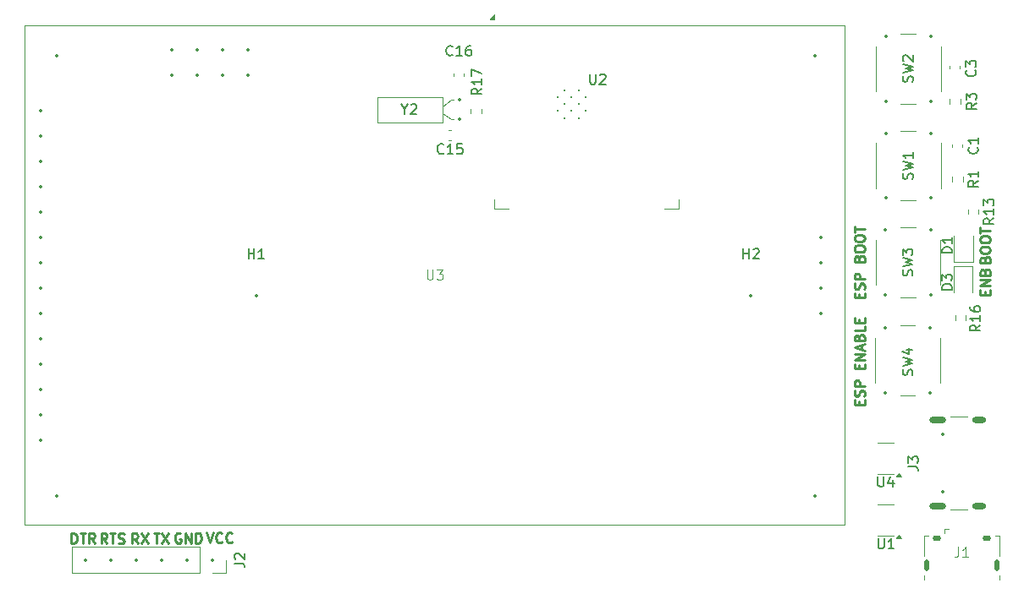
<source format=gto>
%TF.GenerationSoftware,KiCad,Pcbnew,9.0.5*%
%TF.CreationDate,2025-11-26T19:59:54+01:00*%
%TF.ProjectId,stacja_pogody_modu__wew,73746163-6a61-45f7-906f-676f64795f6d,rev?*%
%TF.SameCoordinates,Original*%
%TF.FileFunction,Legend,Top*%
%TF.FilePolarity,Positive*%
%FSLAX46Y46*%
G04 Gerber Fmt 4.6, Leading zero omitted, Abs format (unit mm)*
G04 Created by KiCad (PCBNEW 9.0.5) date 2025-11-26 19:59:54*
%MOMM*%
%LPD*%
G01*
G04 APERTURE LIST*
%ADD10C,0.250000*%
%ADD11C,0.150000*%
%ADD12C,0.100000*%
%ADD13C,0.120000*%
%ADD14C,0.350000*%
%ADD15C,0.200000*%
%ADD16O,1.700000X0.600000*%
%ADD17O,1.400000X0.600000*%
%ADD18O,0.500000X1.150000*%
%ADD19O,0.850000X0.550000*%
G04 APERTURE END LIST*
D10*
X110073996Y-111784619D02*
X109740663Y-111308428D01*
X109502568Y-111784619D02*
X109502568Y-110784619D01*
X109502568Y-110784619D02*
X109883520Y-110784619D01*
X109883520Y-110784619D02*
X109978758Y-110832238D01*
X109978758Y-110832238D02*
X110026377Y-110879857D01*
X110026377Y-110879857D02*
X110073996Y-110975095D01*
X110073996Y-110975095D02*
X110073996Y-111117952D01*
X110073996Y-111117952D02*
X110026377Y-111213190D01*
X110026377Y-111213190D02*
X109978758Y-111260809D01*
X109978758Y-111260809D02*
X109883520Y-111308428D01*
X109883520Y-111308428D02*
X109502568Y-111308428D01*
X110359711Y-110784619D02*
X110931139Y-110784619D01*
X110645425Y-111784619D02*
X110645425Y-110784619D01*
X111216854Y-111737000D02*
X111359711Y-111784619D01*
X111359711Y-111784619D02*
X111597806Y-111784619D01*
X111597806Y-111784619D02*
X111693044Y-111737000D01*
X111693044Y-111737000D02*
X111740663Y-111689380D01*
X111740663Y-111689380D02*
X111788282Y-111594142D01*
X111788282Y-111594142D02*
X111788282Y-111498904D01*
X111788282Y-111498904D02*
X111740663Y-111403666D01*
X111740663Y-111403666D02*
X111693044Y-111356047D01*
X111693044Y-111356047D02*
X111597806Y-111308428D01*
X111597806Y-111308428D02*
X111407330Y-111260809D01*
X111407330Y-111260809D02*
X111312092Y-111213190D01*
X111312092Y-111213190D02*
X111264473Y-111165571D01*
X111264473Y-111165571D02*
X111216854Y-111070333D01*
X111216854Y-111070333D02*
X111216854Y-110975095D01*
X111216854Y-110975095D02*
X111264473Y-110879857D01*
X111264473Y-110879857D02*
X111312092Y-110832238D01*
X111312092Y-110832238D02*
X111407330Y-110784619D01*
X111407330Y-110784619D02*
X111645425Y-110784619D01*
X111645425Y-110784619D02*
X111788282Y-110832238D01*
X197900809Y-83334098D02*
X197948428Y-83191241D01*
X197948428Y-83191241D02*
X197996047Y-83143622D01*
X197996047Y-83143622D02*
X198091285Y-83096003D01*
X198091285Y-83096003D02*
X198234142Y-83096003D01*
X198234142Y-83096003D02*
X198329380Y-83143622D01*
X198329380Y-83143622D02*
X198377000Y-83191241D01*
X198377000Y-83191241D02*
X198424619Y-83286479D01*
X198424619Y-83286479D02*
X198424619Y-83667431D01*
X198424619Y-83667431D02*
X197424619Y-83667431D01*
X197424619Y-83667431D02*
X197424619Y-83334098D01*
X197424619Y-83334098D02*
X197472238Y-83238860D01*
X197472238Y-83238860D02*
X197519857Y-83191241D01*
X197519857Y-83191241D02*
X197615095Y-83143622D01*
X197615095Y-83143622D02*
X197710333Y-83143622D01*
X197710333Y-83143622D02*
X197805571Y-83191241D01*
X197805571Y-83191241D02*
X197853190Y-83238860D01*
X197853190Y-83238860D02*
X197900809Y-83334098D01*
X197900809Y-83334098D02*
X197900809Y-83667431D01*
X197424619Y-82476955D02*
X197424619Y-82286479D01*
X197424619Y-82286479D02*
X197472238Y-82191241D01*
X197472238Y-82191241D02*
X197567476Y-82096003D01*
X197567476Y-82096003D02*
X197757952Y-82048384D01*
X197757952Y-82048384D02*
X198091285Y-82048384D01*
X198091285Y-82048384D02*
X198281761Y-82096003D01*
X198281761Y-82096003D02*
X198377000Y-82191241D01*
X198377000Y-82191241D02*
X198424619Y-82286479D01*
X198424619Y-82286479D02*
X198424619Y-82476955D01*
X198424619Y-82476955D02*
X198377000Y-82572193D01*
X198377000Y-82572193D02*
X198281761Y-82667431D01*
X198281761Y-82667431D02*
X198091285Y-82715050D01*
X198091285Y-82715050D02*
X197757952Y-82715050D01*
X197757952Y-82715050D02*
X197567476Y-82667431D01*
X197567476Y-82667431D02*
X197472238Y-82572193D01*
X197472238Y-82572193D02*
X197424619Y-82476955D01*
X197424619Y-81429336D02*
X197424619Y-81238860D01*
X197424619Y-81238860D02*
X197472238Y-81143622D01*
X197472238Y-81143622D02*
X197567476Y-81048384D01*
X197567476Y-81048384D02*
X197757952Y-81000765D01*
X197757952Y-81000765D02*
X198091285Y-81000765D01*
X198091285Y-81000765D02*
X198281761Y-81048384D01*
X198281761Y-81048384D02*
X198377000Y-81143622D01*
X198377000Y-81143622D02*
X198424619Y-81238860D01*
X198424619Y-81238860D02*
X198424619Y-81429336D01*
X198424619Y-81429336D02*
X198377000Y-81524574D01*
X198377000Y-81524574D02*
X198281761Y-81619812D01*
X198281761Y-81619812D02*
X198091285Y-81667431D01*
X198091285Y-81667431D02*
X197757952Y-81667431D01*
X197757952Y-81667431D02*
X197567476Y-81619812D01*
X197567476Y-81619812D02*
X197472238Y-81524574D01*
X197472238Y-81524574D02*
X197424619Y-81429336D01*
X197424619Y-80715050D02*
X197424619Y-80143622D01*
X198424619Y-80429336D02*
X197424619Y-80429336D01*
X114759711Y-110764619D02*
X115331139Y-110764619D01*
X115045425Y-111764619D02*
X115045425Y-110764619D01*
X115569235Y-110764619D02*
X116235901Y-111764619D01*
X116235901Y-110764619D02*
X115569235Y-111764619D01*
X106522568Y-111774619D02*
X106522568Y-110774619D01*
X106522568Y-110774619D02*
X106760663Y-110774619D01*
X106760663Y-110774619D02*
X106903520Y-110822238D01*
X106903520Y-110822238D02*
X106998758Y-110917476D01*
X106998758Y-110917476D02*
X107046377Y-111012714D01*
X107046377Y-111012714D02*
X107093996Y-111203190D01*
X107093996Y-111203190D02*
X107093996Y-111346047D01*
X107093996Y-111346047D02*
X107046377Y-111536523D01*
X107046377Y-111536523D02*
X106998758Y-111631761D01*
X106998758Y-111631761D02*
X106903520Y-111727000D01*
X106903520Y-111727000D02*
X106760663Y-111774619D01*
X106760663Y-111774619D02*
X106522568Y-111774619D01*
X107379711Y-110774619D02*
X107951139Y-110774619D01*
X107665425Y-111774619D02*
X107665425Y-110774619D01*
X108855901Y-111774619D02*
X108522568Y-111298428D01*
X108284473Y-111774619D02*
X108284473Y-110774619D01*
X108284473Y-110774619D02*
X108665425Y-110774619D01*
X108665425Y-110774619D02*
X108760663Y-110822238D01*
X108760663Y-110822238D02*
X108808282Y-110869857D01*
X108808282Y-110869857D02*
X108855901Y-110965095D01*
X108855901Y-110965095D02*
X108855901Y-111107952D01*
X108855901Y-111107952D02*
X108808282Y-111203190D01*
X108808282Y-111203190D02*
X108760663Y-111250809D01*
X108760663Y-111250809D02*
X108665425Y-111298428D01*
X108665425Y-111298428D02*
X108284473Y-111298428D01*
X117436377Y-110792238D02*
X117341139Y-110744619D01*
X117341139Y-110744619D02*
X117198282Y-110744619D01*
X117198282Y-110744619D02*
X117055425Y-110792238D01*
X117055425Y-110792238D02*
X116960187Y-110887476D01*
X116960187Y-110887476D02*
X116912568Y-110982714D01*
X116912568Y-110982714D02*
X116864949Y-111173190D01*
X116864949Y-111173190D02*
X116864949Y-111316047D01*
X116864949Y-111316047D02*
X116912568Y-111506523D01*
X116912568Y-111506523D02*
X116960187Y-111601761D01*
X116960187Y-111601761D02*
X117055425Y-111697000D01*
X117055425Y-111697000D02*
X117198282Y-111744619D01*
X117198282Y-111744619D02*
X117293520Y-111744619D01*
X117293520Y-111744619D02*
X117436377Y-111697000D01*
X117436377Y-111697000D02*
X117483996Y-111649380D01*
X117483996Y-111649380D02*
X117483996Y-111316047D01*
X117483996Y-111316047D02*
X117293520Y-111316047D01*
X117912568Y-111744619D02*
X117912568Y-110744619D01*
X117912568Y-110744619D02*
X118483996Y-111744619D01*
X118483996Y-111744619D02*
X118483996Y-110744619D01*
X118960187Y-111744619D02*
X118960187Y-110744619D01*
X118960187Y-110744619D02*
X119198282Y-110744619D01*
X119198282Y-110744619D02*
X119341139Y-110792238D01*
X119341139Y-110792238D02*
X119436377Y-110887476D01*
X119436377Y-110887476D02*
X119483996Y-110982714D01*
X119483996Y-110982714D02*
X119531615Y-111173190D01*
X119531615Y-111173190D02*
X119531615Y-111316047D01*
X119531615Y-111316047D02*
X119483996Y-111506523D01*
X119483996Y-111506523D02*
X119436377Y-111601761D01*
X119436377Y-111601761D02*
X119341139Y-111697000D01*
X119341139Y-111697000D02*
X119198282Y-111744619D01*
X119198282Y-111744619D02*
X118960187Y-111744619D01*
X185340809Y-97897431D02*
X185340809Y-97564098D01*
X185864619Y-97421241D02*
X185864619Y-97897431D01*
X185864619Y-97897431D02*
X184864619Y-97897431D01*
X184864619Y-97897431D02*
X184864619Y-97421241D01*
X185817000Y-97040288D02*
X185864619Y-96897431D01*
X185864619Y-96897431D02*
X185864619Y-96659336D01*
X185864619Y-96659336D02*
X185817000Y-96564098D01*
X185817000Y-96564098D02*
X185769380Y-96516479D01*
X185769380Y-96516479D02*
X185674142Y-96468860D01*
X185674142Y-96468860D02*
X185578904Y-96468860D01*
X185578904Y-96468860D02*
X185483666Y-96516479D01*
X185483666Y-96516479D02*
X185436047Y-96564098D01*
X185436047Y-96564098D02*
X185388428Y-96659336D01*
X185388428Y-96659336D02*
X185340809Y-96849812D01*
X185340809Y-96849812D02*
X185293190Y-96945050D01*
X185293190Y-96945050D02*
X185245571Y-96992669D01*
X185245571Y-96992669D02*
X185150333Y-97040288D01*
X185150333Y-97040288D02*
X185055095Y-97040288D01*
X185055095Y-97040288D02*
X184959857Y-96992669D01*
X184959857Y-96992669D02*
X184912238Y-96945050D01*
X184912238Y-96945050D02*
X184864619Y-96849812D01*
X184864619Y-96849812D02*
X184864619Y-96611717D01*
X184864619Y-96611717D02*
X184912238Y-96468860D01*
X185864619Y-96040288D02*
X184864619Y-96040288D01*
X184864619Y-96040288D02*
X184864619Y-95659336D01*
X184864619Y-95659336D02*
X184912238Y-95564098D01*
X184912238Y-95564098D02*
X184959857Y-95516479D01*
X184959857Y-95516479D02*
X185055095Y-95468860D01*
X185055095Y-95468860D02*
X185197952Y-95468860D01*
X185197952Y-95468860D02*
X185293190Y-95516479D01*
X185293190Y-95516479D02*
X185340809Y-95564098D01*
X185340809Y-95564098D02*
X185388428Y-95659336D01*
X185388428Y-95659336D02*
X185388428Y-96040288D01*
X185340809Y-94278383D02*
X185340809Y-93945050D01*
X185864619Y-93802193D02*
X185864619Y-94278383D01*
X185864619Y-94278383D02*
X184864619Y-94278383D01*
X184864619Y-94278383D02*
X184864619Y-93802193D01*
X185864619Y-93373621D02*
X184864619Y-93373621D01*
X184864619Y-93373621D02*
X185864619Y-92802193D01*
X185864619Y-92802193D02*
X184864619Y-92802193D01*
X185578904Y-92373621D02*
X185578904Y-91897431D01*
X185864619Y-92468859D02*
X184864619Y-92135526D01*
X184864619Y-92135526D02*
X185864619Y-91802193D01*
X185340809Y-91135526D02*
X185388428Y-90992669D01*
X185388428Y-90992669D02*
X185436047Y-90945050D01*
X185436047Y-90945050D02*
X185531285Y-90897431D01*
X185531285Y-90897431D02*
X185674142Y-90897431D01*
X185674142Y-90897431D02*
X185769380Y-90945050D01*
X185769380Y-90945050D02*
X185817000Y-90992669D01*
X185817000Y-90992669D02*
X185864619Y-91087907D01*
X185864619Y-91087907D02*
X185864619Y-91468859D01*
X185864619Y-91468859D02*
X184864619Y-91468859D01*
X184864619Y-91468859D02*
X184864619Y-91135526D01*
X184864619Y-91135526D02*
X184912238Y-91040288D01*
X184912238Y-91040288D02*
X184959857Y-90992669D01*
X184959857Y-90992669D02*
X185055095Y-90945050D01*
X185055095Y-90945050D02*
X185150333Y-90945050D01*
X185150333Y-90945050D02*
X185245571Y-90992669D01*
X185245571Y-90992669D02*
X185293190Y-91040288D01*
X185293190Y-91040288D02*
X185340809Y-91135526D01*
X185340809Y-91135526D02*
X185340809Y-91468859D01*
X185864619Y-89992669D02*
X185864619Y-90468859D01*
X185864619Y-90468859D02*
X184864619Y-90468859D01*
X185340809Y-89659335D02*
X185340809Y-89326002D01*
X185864619Y-89183145D02*
X185864619Y-89659335D01*
X185864619Y-89659335D02*
X184864619Y-89659335D01*
X184864619Y-89659335D02*
X184864619Y-89183145D01*
X113163996Y-111794619D02*
X112830663Y-111318428D01*
X112592568Y-111794619D02*
X112592568Y-110794619D01*
X112592568Y-110794619D02*
X112973520Y-110794619D01*
X112973520Y-110794619D02*
X113068758Y-110842238D01*
X113068758Y-110842238D02*
X113116377Y-110889857D01*
X113116377Y-110889857D02*
X113163996Y-110985095D01*
X113163996Y-110985095D02*
X113163996Y-111127952D01*
X113163996Y-111127952D02*
X113116377Y-111223190D01*
X113116377Y-111223190D02*
X113068758Y-111270809D01*
X113068758Y-111270809D02*
X112973520Y-111318428D01*
X112973520Y-111318428D02*
X112592568Y-111318428D01*
X113497330Y-110794619D02*
X114163996Y-111794619D01*
X114163996Y-110794619D02*
X113497330Y-111794619D01*
X197900809Y-86857431D02*
X197900809Y-86524098D01*
X198424619Y-86381241D02*
X198424619Y-86857431D01*
X198424619Y-86857431D02*
X197424619Y-86857431D01*
X197424619Y-86857431D02*
X197424619Y-86381241D01*
X198424619Y-85952669D02*
X197424619Y-85952669D01*
X197424619Y-85952669D02*
X198424619Y-85381241D01*
X198424619Y-85381241D02*
X197424619Y-85381241D01*
X197900809Y-84571717D02*
X197948428Y-84428860D01*
X197948428Y-84428860D02*
X197996047Y-84381241D01*
X197996047Y-84381241D02*
X198091285Y-84333622D01*
X198091285Y-84333622D02*
X198234142Y-84333622D01*
X198234142Y-84333622D02*
X198329380Y-84381241D01*
X198329380Y-84381241D02*
X198377000Y-84428860D01*
X198377000Y-84428860D02*
X198424619Y-84524098D01*
X198424619Y-84524098D02*
X198424619Y-84905050D01*
X198424619Y-84905050D02*
X197424619Y-84905050D01*
X197424619Y-84905050D02*
X197424619Y-84571717D01*
X197424619Y-84571717D02*
X197472238Y-84476479D01*
X197472238Y-84476479D02*
X197519857Y-84428860D01*
X197519857Y-84428860D02*
X197615095Y-84381241D01*
X197615095Y-84381241D02*
X197710333Y-84381241D01*
X197710333Y-84381241D02*
X197805571Y-84428860D01*
X197805571Y-84428860D02*
X197853190Y-84476479D01*
X197853190Y-84476479D02*
X197900809Y-84571717D01*
X197900809Y-84571717D02*
X197900809Y-84905050D01*
X120029711Y-110704619D02*
X120363044Y-111704619D01*
X120363044Y-111704619D02*
X120696377Y-110704619D01*
X121601139Y-111609380D02*
X121553520Y-111657000D01*
X121553520Y-111657000D02*
X121410663Y-111704619D01*
X121410663Y-111704619D02*
X121315425Y-111704619D01*
X121315425Y-111704619D02*
X121172568Y-111657000D01*
X121172568Y-111657000D02*
X121077330Y-111561761D01*
X121077330Y-111561761D02*
X121029711Y-111466523D01*
X121029711Y-111466523D02*
X120982092Y-111276047D01*
X120982092Y-111276047D02*
X120982092Y-111133190D01*
X120982092Y-111133190D02*
X121029711Y-110942714D01*
X121029711Y-110942714D02*
X121077330Y-110847476D01*
X121077330Y-110847476D02*
X121172568Y-110752238D01*
X121172568Y-110752238D02*
X121315425Y-110704619D01*
X121315425Y-110704619D02*
X121410663Y-110704619D01*
X121410663Y-110704619D02*
X121553520Y-110752238D01*
X121553520Y-110752238D02*
X121601139Y-110799857D01*
X122601139Y-111609380D02*
X122553520Y-111657000D01*
X122553520Y-111657000D02*
X122410663Y-111704619D01*
X122410663Y-111704619D02*
X122315425Y-111704619D01*
X122315425Y-111704619D02*
X122172568Y-111657000D01*
X122172568Y-111657000D02*
X122077330Y-111561761D01*
X122077330Y-111561761D02*
X122029711Y-111466523D01*
X122029711Y-111466523D02*
X121982092Y-111276047D01*
X121982092Y-111276047D02*
X121982092Y-111133190D01*
X121982092Y-111133190D02*
X122029711Y-110942714D01*
X122029711Y-110942714D02*
X122077330Y-110847476D01*
X122077330Y-110847476D02*
X122172568Y-110752238D01*
X122172568Y-110752238D02*
X122315425Y-110704619D01*
X122315425Y-110704619D02*
X122410663Y-110704619D01*
X122410663Y-110704619D02*
X122553520Y-110752238D01*
X122553520Y-110752238D02*
X122601139Y-110799857D01*
X185340809Y-87167431D02*
X185340809Y-86834098D01*
X185864619Y-86691241D02*
X185864619Y-87167431D01*
X185864619Y-87167431D02*
X184864619Y-87167431D01*
X184864619Y-87167431D02*
X184864619Y-86691241D01*
X185817000Y-86310288D02*
X185864619Y-86167431D01*
X185864619Y-86167431D02*
X185864619Y-85929336D01*
X185864619Y-85929336D02*
X185817000Y-85834098D01*
X185817000Y-85834098D02*
X185769380Y-85786479D01*
X185769380Y-85786479D02*
X185674142Y-85738860D01*
X185674142Y-85738860D02*
X185578904Y-85738860D01*
X185578904Y-85738860D02*
X185483666Y-85786479D01*
X185483666Y-85786479D02*
X185436047Y-85834098D01*
X185436047Y-85834098D02*
X185388428Y-85929336D01*
X185388428Y-85929336D02*
X185340809Y-86119812D01*
X185340809Y-86119812D02*
X185293190Y-86215050D01*
X185293190Y-86215050D02*
X185245571Y-86262669D01*
X185245571Y-86262669D02*
X185150333Y-86310288D01*
X185150333Y-86310288D02*
X185055095Y-86310288D01*
X185055095Y-86310288D02*
X184959857Y-86262669D01*
X184959857Y-86262669D02*
X184912238Y-86215050D01*
X184912238Y-86215050D02*
X184864619Y-86119812D01*
X184864619Y-86119812D02*
X184864619Y-85881717D01*
X184864619Y-85881717D02*
X184912238Y-85738860D01*
X185864619Y-85310288D02*
X184864619Y-85310288D01*
X184864619Y-85310288D02*
X184864619Y-84929336D01*
X184864619Y-84929336D02*
X184912238Y-84834098D01*
X184912238Y-84834098D02*
X184959857Y-84786479D01*
X184959857Y-84786479D02*
X185055095Y-84738860D01*
X185055095Y-84738860D02*
X185197952Y-84738860D01*
X185197952Y-84738860D02*
X185293190Y-84786479D01*
X185293190Y-84786479D02*
X185340809Y-84834098D01*
X185340809Y-84834098D02*
X185388428Y-84929336D01*
X185388428Y-84929336D02*
X185388428Y-85310288D01*
X185340809Y-83215050D02*
X185388428Y-83072193D01*
X185388428Y-83072193D02*
X185436047Y-83024574D01*
X185436047Y-83024574D02*
X185531285Y-82976955D01*
X185531285Y-82976955D02*
X185674142Y-82976955D01*
X185674142Y-82976955D02*
X185769380Y-83024574D01*
X185769380Y-83024574D02*
X185817000Y-83072193D01*
X185817000Y-83072193D02*
X185864619Y-83167431D01*
X185864619Y-83167431D02*
X185864619Y-83548383D01*
X185864619Y-83548383D02*
X184864619Y-83548383D01*
X184864619Y-83548383D02*
X184864619Y-83215050D01*
X184864619Y-83215050D02*
X184912238Y-83119812D01*
X184912238Y-83119812D02*
X184959857Y-83072193D01*
X184959857Y-83072193D02*
X185055095Y-83024574D01*
X185055095Y-83024574D02*
X185150333Y-83024574D01*
X185150333Y-83024574D02*
X185245571Y-83072193D01*
X185245571Y-83072193D02*
X185293190Y-83119812D01*
X185293190Y-83119812D02*
X185340809Y-83215050D01*
X185340809Y-83215050D02*
X185340809Y-83548383D01*
X184864619Y-82357907D02*
X184864619Y-82167431D01*
X184864619Y-82167431D02*
X184912238Y-82072193D01*
X184912238Y-82072193D02*
X185007476Y-81976955D01*
X185007476Y-81976955D02*
X185197952Y-81929336D01*
X185197952Y-81929336D02*
X185531285Y-81929336D01*
X185531285Y-81929336D02*
X185721761Y-81976955D01*
X185721761Y-81976955D02*
X185817000Y-82072193D01*
X185817000Y-82072193D02*
X185864619Y-82167431D01*
X185864619Y-82167431D02*
X185864619Y-82357907D01*
X185864619Y-82357907D02*
X185817000Y-82453145D01*
X185817000Y-82453145D02*
X185721761Y-82548383D01*
X185721761Y-82548383D02*
X185531285Y-82596002D01*
X185531285Y-82596002D02*
X185197952Y-82596002D01*
X185197952Y-82596002D02*
X185007476Y-82548383D01*
X185007476Y-82548383D02*
X184912238Y-82453145D01*
X184912238Y-82453145D02*
X184864619Y-82357907D01*
X184864619Y-81310288D02*
X184864619Y-81119812D01*
X184864619Y-81119812D02*
X184912238Y-81024574D01*
X184912238Y-81024574D02*
X185007476Y-80929336D01*
X185007476Y-80929336D02*
X185197952Y-80881717D01*
X185197952Y-80881717D02*
X185531285Y-80881717D01*
X185531285Y-80881717D02*
X185721761Y-80929336D01*
X185721761Y-80929336D02*
X185817000Y-81024574D01*
X185817000Y-81024574D02*
X185864619Y-81119812D01*
X185864619Y-81119812D02*
X185864619Y-81310288D01*
X185864619Y-81310288D02*
X185817000Y-81405526D01*
X185817000Y-81405526D02*
X185721761Y-81500764D01*
X185721761Y-81500764D02*
X185531285Y-81548383D01*
X185531285Y-81548383D02*
X185197952Y-81548383D01*
X185197952Y-81548383D02*
X185007476Y-81500764D01*
X185007476Y-81500764D02*
X184912238Y-81405526D01*
X184912238Y-81405526D02*
X184864619Y-81310288D01*
X184864619Y-80596002D02*
X184864619Y-80024574D01*
X185864619Y-80310288D02*
X184864619Y-80310288D01*
D11*
X173738095Y-83254819D02*
X173738095Y-82254819D01*
X173738095Y-82731009D02*
X174309523Y-82731009D01*
X174309523Y-83254819D02*
X174309523Y-82254819D01*
X174738095Y-82350057D02*
X174785714Y-82302438D01*
X174785714Y-82302438D02*
X174880952Y-82254819D01*
X174880952Y-82254819D02*
X175119047Y-82254819D01*
X175119047Y-82254819D02*
X175214285Y-82302438D01*
X175214285Y-82302438D02*
X175261904Y-82350057D01*
X175261904Y-82350057D02*
X175309523Y-82445295D01*
X175309523Y-82445295D02*
X175309523Y-82540533D01*
X175309523Y-82540533D02*
X175261904Y-82683390D01*
X175261904Y-82683390D02*
X174690476Y-83254819D01*
X174690476Y-83254819D02*
X175309523Y-83254819D01*
D12*
X142106139Y-84352268D02*
X142106139Y-85161791D01*
X142106139Y-85161791D02*
X142153758Y-85257029D01*
X142153758Y-85257029D02*
X142201377Y-85304649D01*
X142201377Y-85304649D02*
X142296615Y-85352268D01*
X142296615Y-85352268D02*
X142487091Y-85352268D01*
X142487091Y-85352268D02*
X142582329Y-85304649D01*
X142582329Y-85304649D02*
X142629948Y-85257029D01*
X142629948Y-85257029D02*
X142677567Y-85161791D01*
X142677567Y-85161791D02*
X142677567Y-84352268D01*
X143058520Y-84352268D02*
X143677567Y-84352268D01*
X143677567Y-84352268D02*
X143344234Y-84733220D01*
X143344234Y-84733220D02*
X143487091Y-84733220D01*
X143487091Y-84733220D02*
X143582329Y-84780839D01*
X143582329Y-84780839D02*
X143629948Y-84828458D01*
X143629948Y-84828458D02*
X143677567Y-84923696D01*
X143677567Y-84923696D02*
X143677567Y-85161791D01*
X143677567Y-85161791D02*
X143629948Y-85257029D01*
X143629948Y-85257029D02*
X143582329Y-85304649D01*
X143582329Y-85304649D02*
X143487091Y-85352268D01*
X143487091Y-85352268D02*
X143201377Y-85352268D01*
X143201377Y-85352268D02*
X143106139Y-85304649D01*
X143106139Y-85304649D02*
X143058520Y-85257029D01*
D11*
X122844819Y-113773333D02*
X123559104Y-113773333D01*
X123559104Y-113773333D02*
X123701961Y-113820952D01*
X123701961Y-113820952D02*
X123797200Y-113916190D01*
X123797200Y-113916190D02*
X123844819Y-114059047D01*
X123844819Y-114059047D02*
X123844819Y-114154285D01*
X122940057Y-113344761D02*
X122892438Y-113297142D01*
X122892438Y-113297142D02*
X122844819Y-113201904D01*
X122844819Y-113201904D02*
X122844819Y-112963809D01*
X122844819Y-112963809D02*
X122892438Y-112868571D01*
X122892438Y-112868571D02*
X122940057Y-112820952D01*
X122940057Y-112820952D02*
X123035295Y-112773333D01*
X123035295Y-112773333D02*
X123130533Y-112773333D01*
X123130533Y-112773333D02*
X123273390Y-112820952D01*
X123273390Y-112820952D02*
X123844819Y-113392380D01*
X123844819Y-113392380D02*
X123844819Y-112773333D01*
X190637200Y-94923332D02*
X190684819Y-94780475D01*
X190684819Y-94780475D02*
X190684819Y-94542380D01*
X190684819Y-94542380D02*
X190637200Y-94447142D01*
X190637200Y-94447142D02*
X190589580Y-94399523D01*
X190589580Y-94399523D02*
X190494342Y-94351904D01*
X190494342Y-94351904D02*
X190399104Y-94351904D01*
X190399104Y-94351904D02*
X190303866Y-94399523D01*
X190303866Y-94399523D02*
X190256247Y-94447142D01*
X190256247Y-94447142D02*
X190208628Y-94542380D01*
X190208628Y-94542380D02*
X190161009Y-94732856D01*
X190161009Y-94732856D02*
X190113390Y-94828094D01*
X190113390Y-94828094D02*
X190065771Y-94875713D01*
X190065771Y-94875713D02*
X189970533Y-94923332D01*
X189970533Y-94923332D02*
X189875295Y-94923332D01*
X189875295Y-94923332D02*
X189780057Y-94875713D01*
X189780057Y-94875713D02*
X189732438Y-94828094D01*
X189732438Y-94828094D02*
X189684819Y-94732856D01*
X189684819Y-94732856D02*
X189684819Y-94494761D01*
X189684819Y-94494761D02*
X189732438Y-94351904D01*
X189684819Y-94018570D02*
X190684819Y-93780475D01*
X190684819Y-93780475D02*
X189970533Y-93589999D01*
X189970533Y-93589999D02*
X190684819Y-93399523D01*
X190684819Y-93399523D02*
X189684819Y-93161428D01*
X190018152Y-92351904D02*
X190684819Y-92351904D01*
X189637200Y-92589999D02*
X190351485Y-92828094D01*
X190351485Y-92828094D02*
X190351485Y-92209047D01*
X144647142Y-62819580D02*
X144599523Y-62867200D01*
X144599523Y-62867200D02*
X144456666Y-62914819D01*
X144456666Y-62914819D02*
X144361428Y-62914819D01*
X144361428Y-62914819D02*
X144218571Y-62867200D01*
X144218571Y-62867200D02*
X144123333Y-62771961D01*
X144123333Y-62771961D02*
X144075714Y-62676723D01*
X144075714Y-62676723D02*
X144028095Y-62486247D01*
X144028095Y-62486247D02*
X144028095Y-62343390D01*
X144028095Y-62343390D02*
X144075714Y-62152914D01*
X144075714Y-62152914D02*
X144123333Y-62057676D01*
X144123333Y-62057676D02*
X144218571Y-61962438D01*
X144218571Y-61962438D02*
X144361428Y-61914819D01*
X144361428Y-61914819D02*
X144456666Y-61914819D01*
X144456666Y-61914819D02*
X144599523Y-61962438D01*
X144599523Y-61962438D02*
X144647142Y-62010057D01*
X145599523Y-62914819D02*
X145028095Y-62914819D01*
X145313809Y-62914819D02*
X145313809Y-61914819D01*
X145313809Y-61914819D02*
X145218571Y-62057676D01*
X145218571Y-62057676D02*
X145123333Y-62152914D01*
X145123333Y-62152914D02*
X145028095Y-62200533D01*
X146456666Y-61914819D02*
X146266190Y-61914819D01*
X146266190Y-61914819D02*
X146170952Y-61962438D01*
X146170952Y-61962438D02*
X146123333Y-62010057D01*
X146123333Y-62010057D02*
X146028095Y-62152914D01*
X146028095Y-62152914D02*
X145980476Y-62343390D01*
X145980476Y-62343390D02*
X145980476Y-62724342D01*
X145980476Y-62724342D02*
X146028095Y-62819580D01*
X146028095Y-62819580D02*
X146075714Y-62867200D01*
X146075714Y-62867200D02*
X146170952Y-62914819D01*
X146170952Y-62914819D02*
X146361428Y-62914819D01*
X146361428Y-62914819D02*
X146456666Y-62867200D01*
X146456666Y-62867200D02*
X146504285Y-62819580D01*
X146504285Y-62819580D02*
X146551904Y-62724342D01*
X146551904Y-62724342D02*
X146551904Y-62486247D01*
X146551904Y-62486247D02*
X146504285Y-62391009D01*
X146504285Y-62391009D02*
X146456666Y-62343390D01*
X146456666Y-62343390D02*
X146361428Y-62295771D01*
X146361428Y-62295771D02*
X146170952Y-62295771D01*
X146170952Y-62295771D02*
X146075714Y-62343390D01*
X146075714Y-62343390D02*
X146028095Y-62391009D01*
X146028095Y-62391009D02*
X145980476Y-62486247D01*
X197444819Y-89897857D02*
X196968628Y-90231190D01*
X197444819Y-90469285D02*
X196444819Y-90469285D01*
X196444819Y-90469285D02*
X196444819Y-90088333D01*
X196444819Y-90088333D02*
X196492438Y-89993095D01*
X196492438Y-89993095D02*
X196540057Y-89945476D01*
X196540057Y-89945476D02*
X196635295Y-89897857D01*
X196635295Y-89897857D02*
X196778152Y-89897857D01*
X196778152Y-89897857D02*
X196873390Y-89945476D01*
X196873390Y-89945476D02*
X196921009Y-89993095D01*
X196921009Y-89993095D02*
X196968628Y-90088333D01*
X196968628Y-90088333D02*
X196968628Y-90469285D01*
X197444819Y-88945476D02*
X197444819Y-89516904D01*
X197444819Y-89231190D02*
X196444819Y-89231190D01*
X196444819Y-89231190D02*
X196587676Y-89326428D01*
X196587676Y-89326428D02*
X196682914Y-89421666D01*
X196682914Y-89421666D02*
X196730533Y-89516904D01*
X196444819Y-88088333D02*
X196444819Y-88278809D01*
X196444819Y-88278809D02*
X196492438Y-88374047D01*
X196492438Y-88374047D02*
X196540057Y-88421666D01*
X196540057Y-88421666D02*
X196682914Y-88516904D01*
X196682914Y-88516904D02*
X196873390Y-88564523D01*
X196873390Y-88564523D02*
X197254342Y-88564523D01*
X197254342Y-88564523D02*
X197349580Y-88516904D01*
X197349580Y-88516904D02*
X197397200Y-88469285D01*
X197397200Y-88469285D02*
X197444819Y-88374047D01*
X197444819Y-88374047D02*
X197444819Y-88183571D01*
X197444819Y-88183571D02*
X197397200Y-88088333D01*
X197397200Y-88088333D02*
X197349580Y-88040714D01*
X197349580Y-88040714D02*
X197254342Y-87993095D01*
X197254342Y-87993095D02*
X197016247Y-87993095D01*
X197016247Y-87993095D02*
X196921009Y-88040714D01*
X196921009Y-88040714D02*
X196873390Y-88088333D01*
X196873390Y-88088333D02*
X196825771Y-88183571D01*
X196825771Y-88183571D02*
X196825771Y-88374047D01*
X196825771Y-88374047D02*
X196873390Y-88469285D01*
X196873390Y-88469285D02*
X196921009Y-88516904D01*
X196921009Y-88516904D02*
X197016247Y-88564523D01*
X196919580Y-64376666D02*
X196967200Y-64424285D01*
X196967200Y-64424285D02*
X197014819Y-64567142D01*
X197014819Y-64567142D02*
X197014819Y-64662380D01*
X197014819Y-64662380D02*
X196967200Y-64805237D01*
X196967200Y-64805237D02*
X196871961Y-64900475D01*
X196871961Y-64900475D02*
X196776723Y-64948094D01*
X196776723Y-64948094D02*
X196586247Y-64995713D01*
X196586247Y-64995713D02*
X196443390Y-64995713D01*
X196443390Y-64995713D02*
X196252914Y-64948094D01*
X196252914Y-64948094D02*
X196157676Y-64900475D01*
X196157676Y-64900475D02*
X196062438Y-64805237D01*
X196062438Y-64805237D02*
X196014819Y-64662380D01*
X196014819Y-64662380D02*
X196014819Y-64567142D01*
X196014819Y-64567142D02*
X196062438Y-64424285D01*
X196062438Y-64424285D02*
X196110057Y-64376666D01*
X196014819Y-64043332D02*
X196014819Y-63424285D01*
X196014819Y-63424285D02*
X196395771Y-63757618D01*
X196395771Y-63757618D02*
X196395771Y-63614761D01*
X196395771Y-63614761D02*
X196443390Y-63519523D01*
X196443390Y-63519523D02*
X196491009Y-63471904D01*
X196491009Y-63471904D02*
X196586247Y-63424285D01*
X196586247Y-63424285D02*
X196824342Y-63424285D01*
X196824342Y-63424285D02*
X196919580Y-63471904D01*
X196919580Y-63471904D02*
X196967200Y-63519523D01*
X196967200Y-63519523D02*
X197014819Y-63614761D01*
X197014819Y-63614761D02*
X197014819Y-63900475D01*
X197014819Y-63900475D02*
X196967200Y-63995713D01*
X196967200Y-63995713D02*
X196919580Y-64043332D01*
X194624819Y-82658094D02*
X193624819Y-82658094D01*
X193624819Y-82658094D02*
X193624819Y-82419999D01*
X193624819Y-82419999D02*
X193672438Y-82277142D01*
X193672438Y-82277142D02*
X193767676Y-82181904D01*
X193767676Y-82181904D02*
X193862914Y-82134285D01*
X193862914Y-82134285D02*
X194053390Y-82086666D01*
X194053390Y-82086666D02*
X194196247Y-82086666D01*
X194196247Y-82086666D02*
X194386723Y-82134285D01*
X194386723Y-82134285D02*
X194481961Y-82181904D01*
X194481961Y-82181904D02*
X194577200Y-82277142D01*
X194577200Y-82277142D02*
X194624819Y-82419999D01*
X194624819Y-82419999D02*
X194624819Y-82658094D01*
X194624819Y-81134285D02*
X194624819Y-81705713D01*
X194624819Y-81419999D02*
X193624819Y-81419999D01*
X193624819Y-81419999D02*
X193767676Y-81515237D01*
X193767676Y-81515237D02*
X193862914Y-81610475D01*
X193862914Y-81610475D02*
X193910533Y-81705713D01*
X198794819Y-79202857D02*
X198318628Y-79536190D01*
X198794819Y-79774285D02*
X197794819Y-79774285D01*
X197794819Y-79774285D02*
X197794819Y-79393333D01*
X197794819Y-79393333D02*
X197842438Y-79298095D01*
X197842438Y-79298095D02*
X197890057Y-79250476D01*
X197890057Y-79250476D02*
X197985295Y-79202857D01*
X197985295Y-79202857D02*
X198128152Y-79202857D01*
X198128152Y-79202857D02*
X198223390Y-79250476D01*
X198223390Y-79250476D02*
X198271009Y-79298095D01*
X198271009Y-79298095D02*
X198318628Y-79393333D01*
X198318628Y-79393333D02*
X198318628Y-79774285D01*
X198794819Y-78250476D02*
X198794819Y-78821904D01*
X198794819Y-78536190D02*
X197794819Y-78536190D01*
X197794819Y-78536190D02*
X197937676Y-78631428D01*
X197937676Y-78631428D02*
X198032914Y-78726666D01*
X198032914Y-78726666D02*
X198080533Y-78821904D01*
X197794819Y-77917142D02*
X197794819Y-77298095D01*
X197794819Y-77298095D02*
X198175771Y-77631428D01*
X198175771Y-77631428D02*
X198175771Y-77488571D01*
X198175771Y-77488571D02*
X198223390Y-77393333D01*
X198223390Y-77393333D02*
X198271009Y-77345714D01*
X198271009Y-77345714D02*
X198366247Y-77298095D01*
X198366247Y-77298095D02*
X198604342Y-77298095D01*
X198604342Y-77298095D02*
X198699580Y-77345714D01*
X198699580Y-77345714D02*
X198747200Y-77393333D01*
X198747200Y-77393333D02*
X198794819Y-77488571D01*
X198794819Y-77488571D02*
X198794819Y-77774285D01*
X198794819Y-77774285D02*
X198747200Y-77869523D01*
X198747200Y-77869523D02*
X198699580Y-77917142D01*
X139883809Y-68298628D02*
X139883809Y-68774819D01*
X139550476Y-67774819D02*
X139883809Y-68298628D01*
X139883809Y-68298628D02*
X140217142Y-67774819D01*
X140502857Y-67870057D02*
X140550476Y-67822438D01*
X140550476Y-67822438D02*
X140645714Y-67774819D01*
X140645714Y-67774819D02*
X140883809Y-67774819D01*
X140883809Y-67774819D02*
X140979047Y-67822438D01*
X140979047Y-67822438D02*
X141026666Y-67870057D01*
X141026666Y-67870057D02*
X141074285Y-67965295D01*
X141074285Y-67965295D02*
X141074285Y-68060533D01*
X141074285Y-68060533D02*
X141026666Y-68203390D01*
X141026666Y-68203390D02*
X140455238Y-68774819D01*
X140455238Y-68774819D02*
X141074285Y-68774819D01*
X190637200Y-84953332D02*
X190684819Y-84810475D01*
X190684819Y-84810475D02*
X190684819Y-84572380D01*
X190684819Y-84572380D02*
X190637200Y-84477142D01*
X190637200Y-84477142D02*
X190589580Y-84429523D01*
X190589580Y-84429523D02*
X190494342Y-84381904D01*
X190494342Y-84381904D02*
X190399104Y-84381904D01*
X190399104Y-84381904D02*
X190303866Y-84429523D01*
X190303866Y-84429523D02*
X190256247Y-84477142D01*
X190256247Y-84477142D02*
X190208628Y-84572380D01*
X190208628Y-84572380D02*
X190161009Y-84762856D01*
X190161009Y-84762856D02*
X190113390Y-84858094D01*
X190113390Y-84858094D02*
X190065771Y-84905713D01*
X190065771Y-84905713D02*
X189970533Y-84953332D01*
X189970533Y-84953332D02*
X189875295Y-84953332D01*
X189875295Y-84953332D02*
X189780057Y-84905713D01*
X189780057Y-84905713D02*
X189732438Y-84858094D01*
X189732438Y-84858094D02*
X189684819Y-84762856D01*
X189684819Y-84762856D02*
X189684819Y-84524761D01*
X189684819Y-84524761D02*
X189732438Y-84381904D01*
X189684819Y-84048570D02*
X190684819Y-83810475D01*
X190684819Y-83810475D02*
X189970533Y-83619999D01*
X189970533Y-83619999D02*
X190684819Y-83429523D01*
X190684819Y-83429523D02*
X189684819Y-83191428D01*
X189684819Y-82905713D02*
X189684819Y-82286666D01*
X189684819Y-82286666D02*
X190065771Y-82619999D01*
X190065771Y-82619999D02*
X190065771Y-82477142D01*
X190065771Y-82477142D02*
X190113390Y-82381904D01*
X190113390Y-82381904D02*
X190161009Y-82334285D01*
X190161009Y-82334285D02*
X190256247Y-82286666D01*
X190256247Y-82286666D02*
X190494342Y-82286666D01*
X190494342Y-82286666D02*
X190589580Y-82334285D01*
X190589580Y-82334285D02*
X190637200Y-82381904D01*
X190637200Y-82381904D02*
X190684819Y-82477142D01*
X190684819Y-82477142D02*
X190684819Y-82762856D01*
X190684819Y-82762856D02*
X190637200Y-82858094D01*
X190637200Y-82858094D02*
X190589580Y-82905713D01*
X187215595Y-105104819D02*
X187215595Y-105914342D01*
X187215595Y-105914342D02*
X187263214Y-106009580D01*
X187263214Y-106009580D02*
X187310833Y-106057200D01*
X187310833Y-106057200D02*
X187406071Y-106104819D01*
X187406071Y-106104819D02*
X187596547Y-106104819D01*
X187596547Y-106104819D02*
X187691785Y-106057200D01*
X187691785Y-106057200D02*
X187739404Y-106009580D01*
X187739404Y-106009580D02*
X187787023Y-105914342D01*
X187787023Y-105914342D02*
X187787023Y-105104819D01*
X188691785Y-105438152D02*
X188691785Y-106104819D01*
X188453690Y-105057200D02*
X188215595Y-105771485D01*
X188215595Y-105771485D02*
X188834642Y-105771485D01*
X190647200Y-65543332D02*
X190694819Y-65400475D01*
X190694819Y-65400475D02*
X190694819Y-65162380D01*
X190694819Y-65162380D02*
X190647200Y-65067142D01*
X190647200Y-65067142D02*
X190599580Y-65019523D01*
X190599580Y-65019523D02*
X190504342Y-64971904D01*
X190504342Y-64971904D02*
X190409104Y-64971904D01*
X190409104Y-64971904D02*
X190313866Y-65019523D01*
X190313866Y-65019523D02*
X190266247Y-65067142D01*
X190266247Y-65067142D02*
X190218628Y-65162380D01*
X190218628Y-65162380D02*
X190171009Y-65352856D01*
X190171009Y-65352856D02*
X190123390Y-65448094D01*
X190123390Y-65448094D02*
X190075771Y-65495713D01*
X190075771Y-65495713D02*
X189980533Y-65543332D01*
X189980533Y-65543332D02*
X189885295Y-65543332D01*
X189885295Y-65543332D02*
X189790057Y-65495713D01*
X189790057Y-65495713D02*
X189742438Y-65448094D01*
X189742438Y-65448094D02*
X189694819Y-65352856D01*
X189694819Y-65352856D02*
X189694819Y-65114761D01*
X189694819Y-65114761D02*
X189742438Y-64971904D01*
X189694819Y-64638570D02*
X190694819Y-64400475D01*
X190694819Y-64400475D02*
X189980533Y-64209999D01*
X189980533Y-64209999D02*
X190694819Y-64019523D01*
X190694819Y-64019523D02*
X189694819Y-63781428D01*
X189790057Y-63448094D02*
X189742438Y-63400475D01*
X189742438Y-63400475D02*
X189694819Y-63305237D01*
X189694819Y-63305237D02*
X189694819Y-63067142D01*
X189694819Y-63067142D02*
X189742438Y-62971904D01*
X189742438Y-62971904D02*
X189790057Y-62924285D01*
X189790057Y-62924285D02*
X189885295Y-62876666D01*
X189885295Y-62876666D02*
X189980533Y-62876666D01*
X189980533Y-62876666D02*
X190123390Y-62924285D01*
X190123390Y-62924285D02*
X190694819Y-63495713D01*
X190694819Y-63495713D02*
X190694819Y-62876666D01*
X187245595Y-111304819D02*
X187245595Y-112114342D01*
X187245595Y-112114342D02*
X187293214Y-112209580D01*
X187293214Y-112209580D02*
X187340833Y-112257200D01*
X187340833Y-112257200D02*
X187436071Y-112304819D01*
X187436071Y-112304819D02*
X187626547Y-112304819D01*
X187626547Y-112304819D02*
X187721785Y-112257200D01*
X187721785Y-112257200D02*
X187769404Y-112209580D01*
X187769404Y-112209580D02*
X187817023Y-112114342D01*
X187817023Y-112114342D02*
X187817023Y-111304819D01*
X188817023Y-112304819D02*
X188245595Y-112304819D01*
X188531309Y-112304819D02*
X188531309Y-111304819D01*
X188531309Y-111304819D02*
X188436071Y-111447676D01*
X188436071Y-111447676D02*
X188340833Y-111542914D01*
X188340833Y-111542914D02*
X188245595Y-111590533D01*
X124238095Y-83254819D02*
X124238095Y-82254819D01*
X124238095Y-82731009D02*
X124809523Y-82731009D01*
X124809523Y-83254819D02*
X124809523Y-82254819D01*
X125809523Y-83254819D02*
X125238095Y-83254819D01*
X125523809Y-83254819D02*
X125523809Y-82254819D01*
X125523809Y-82254819D02*
X125428571Y-82397676D01*
X125428571Y-82397676D02*
X125333333Y-82492914D01*
X125333333Y-82492914D02*
X125238095Y-82540533D01*
X158396779Y-64764819D02*
X158396779Y-65574342D01*
X158396779Y-65574342D02*
X158444398Y-65669580D01*
X158444398Y-65669580D02*
X158492017Y-65717200D01*
X158492017Y-65717200D02*
X158587255Y-65764819D01*
X158587255Y-65764819D02*
X158777731Y-65764819D01*
X158777731Y-65764819D02*
X158872969Y-65717200D01*
X158872969Y-65717200D02*
X158920588Y-65669580D01*
X158920588Y-65669580D02*
X158968207Y-65574342D01*
X158968207Y-65574342D02*
X158968207Y-64764819D01*
X159396779Y-64860057D02*
X159444398Y-64812438D01*
X159444398Y-64812438D02*
X159539636Y-64764819D01*
X159539636Y-64764819D02*
X159777731Y-64764819D01*
X159777731Y-64764819D02*
X159872969Y-64812438D01*
X159872969Y-64812438D02*
X159920588Y-64860057D01*
X159920588Y-64860057D02*
X159968207Y-64955295D01*
X159968207Y-64955295D02*
X159968207Y-65050533D01*
X159968207Y-65050533D02*
X159920588Y-65193390D01*
X159920588Y-65193390D02*
X159349160Y-65764819D01*
X159349160Y-65764819D02*
X159968207Y-65764819D01*
X147574819Y-66202857D02*
X147098628Y-66536190D01*
X147574819Y-66774285D02*
X146574819Y-66774285D01*
X146574819Y-66774285D02*
X146574819Y-66393333D01*
X146574819Y-66393333D02*
X146622438Y-66298095D01*
X146622438Y-66298095D02*
X146670057Y-66250476D01*
X146670057Y-66250476D02*
X146765295Y-66202857D01*
X146765295Y-66202857D02*
X146908152Y-66202857D01*
X146908152Y-66202857D02*
X147003390Y-66250476D01*
X147003390Y-66250476D02*
X147051009Y-66298095D01*
X147051009Y-66298095D02*
X147098628Y-66393333D01*
X147098628Y-66393333D02*
X147098628Y-66774285D01*
X147574819Y-65250476D02*
X147574819Y-65821904D01*
X147574819Y-65536190D02*
X146574819Y-65536190D01*
X146574819Y-65536190D02*
X146717676Y-65631428D01*
X146717676Y-65631428D02*
X146812914Y-65726666D01*
X146812914Y-65726666D02*
X146860533Y-65821904D01*
X146574819Y-64917142D02*
X146574819Y-64250476D01*
X146574819Y-64250476D02*
X147574819Y-64679047D01*
X197234819Y-75436666D02*
X196758628Y-75769999D01*
X197234819Y-76008094D02*
X196234819Y-76008094D01*
X196234819Y-76008094D02*
X196234819Y-75627142D01*
X196234819Y-75627142D02*
X196282438Y-75531904D01*
X196282438Y-75531904D02*
X196330057Y-75484285D01*
X196330057Y-75484285D02*
X196425295Y-75436666D01*
X196425295Y-75436666D02*
X196568152Y-75436666D01*
X196568152Y-75436666D02*
X196663390Y-75484285D01*
X196663390Y-75484285D02*
X196711009Y-75531904D01*
X196711009Y-75531904D02*
X196758628Y-75627142D01*
X196758628Y-75627142D02*
X196758628Y-76008094D01*
X197234819Y-74484285D02*
X197234819Y-75055713D01*
X197234819Y-74769999D02*
X196234819Y-74769999D01*
X196234819Y-74769999D02*
X196377676Y-74865237D01*
X196377676Y-74865237D02*
X196472914Y-74960475D01*
X196472914Y-74960475D02*
X196520533Y-75055713D01*
X190234819Y-104093333D02*
X190949104Y-104093333D01*
X190949104Y-104093333D02*
X191091961Y-104140952D01*
X191091961Y-104140952D02*
X191187200Y-104236190D01*
X191187200Y-104236190D02*
X191234819Y-104379047D01*
X191234819Y-104379047D02*
X191234819Y-104474285D01*
X190234819Y-103712380D02*
X190234819Y-103093333D01*
X190234819Y-103093333D02*
X190615771Y-103426666D01*
X190615771Y-103426666D02*
X190615771Y-103283809D01*
X190615771Y-103283809D02*
X190663390Y-103188571D01*
X190663390Y-103188571D02*
X190711009Y-103140952D01*
X190711009Y-103140952D02*
X190806247Y-103093333D01*
X190806247Y-103093333D02*
X191044342Y-103093333D01*
X191044342Y-103093333D02*
X191139580Y-103140952D01*
X191139580Y-103140952D02*
X191187200Y-103188571D01*
X191187200Y-103188571D02*
X191234819Y-103283809D01*
X191234819Y-103283809D02*
X191234819Y-103569523D01*
X191234819Y-103569523D02*
X191187200Y-103664761D01*
X191187200Y-103664761D02*
X191139580Y-103712380D01*
X143757142Y-72659580D02*
X143709523Y-72707200D01*
X143709523Y-72707200D02*
X143566666Y-72754819D01*
X143566666Y-72754819D02*
X143471428Y-72754819D01*
X143471428Y-72754819D02*
X143328571Y-72707200D01*
X143328571Y-72707200D02*
X143233333Y-72611961D01*
X143233333Y-72611961D02*
X143185714Y-72516723D01*
X143185714Y-72516723D02*
X143138095Y-72326247D01*
X143138095Y-72326247D02*
X143138095Y-72183390D01*
X143138095Y-72183390D02*
X143185714Y-71992914D01*
X143185714Y-71992914D02*
X143233333Y-71897676D01*
X143233333Y-71897676D02*
X143328571Y-71802438D01*
X143328571Y-71802438D02*
X143471428Y-71754819D01*
X143471428Y-71754819D02*
X143566666Y-71754819D01*
X143566666Y-71754819D02*
X143709523Y-71802438D01*
X143709523Y-71802438D02*
X143757142Y-71850057D01*
X144709523Y-72754819D02*
X144138095Y-72754819D01*
X144423809Y-72754819D02*
X144423809Y-71754819D01*
X144423809Y-71754819D02*
X144328571Y-71897676D01*
X144328571Y-71897676D02*
X144233333Y-71992914D01*
X144233333Y-71992914D02*
X144138095Y-72040533D01*
X145614285Y-71754819D02*
X145138095Y-71754819D01*
X145138095Y-71754819D02*
X145090476Y-72231009D01*
X145090476Y-72231009D02*
X145138095Y-72183390D01*
X145138095Y-72183390D02*
X145233333Y-72135771D01*
X145233333Y-72135771D02*
X145471428Y-72135771D01*
X145471428Y-72135771D02*
X145566666Y-72183390D01*
X145566666Y-72183390D02*
X145614285Y-72231009D01*
X145614285Y-72231009D02*
X145661904Y-72326247D01*
X145661904Y-72326247D02*
X145661904Y-72564342D01*
X145661904Y-72564342D02*
X145614285Y-72659580D01*
X145614285Y-72659580D02*
X145566666Y-72707200D01*
X145566666Y-72707200D02*
X145471428Y-72754819D01*
X145471428Y-72754819D02*
X145233333Y-72754819D01*
X145233333Y-72754819D02*
X145138095Y-72707200D01*
X145138095Y-72707200D02*
X145090476Y-72659580D01*
D12*
X195256666Y-112147419D02*
X195256666Y-112861704D01*
X195256666Y-112861704D02*
X195209047Y-113004561D01*
X195209047Y-113004561D02*
X195113809Y-113099800D01*
X195113809Y-113099800D02*
X194970952Y-113147419D01*
X194970952Y-113147419D02*
X194875714Y-113147419D01*
X196256666Y-113147419D02*
X195685238Y-113147419D01*
X195970952Y-113147419D02*
X195970952Y-112147419D01*
X195970952Y-112147419D02*
X195875714Y-112290276D01*
X195875714Y-112290276D02*
X195780476Y-112385514D01*
X195780476Y-112385514D02*
X195685238Y-112433133D01*
D11*
X194624819Y-86348094D02*
X193624819Y-86348094D01*
X193624819Y-86348094D02*
X193624819Y-86109999D01*
X193624819Y-86109999D02*
X193672438Y-85967142D01*
X193672438Y-85967142D02*
X193767676Y-85871904D01*
X193767676Y-85871904D02*
X193862914Y-85824285D01*
X193862914Y-85824285D02*
X194053390Y-85776666D01*
X194053390Y-85776666D02*
X194196247Y-85776666D01*
X194196247Y-85776666D02*
X194386723Y-85824285D01*
X194386723Y-85824285D02*
X194481961Y-85871904D01*
X194481961Y-85871904D02*
X194577200Y-85967142D01*
X194577200Y-85967142D02*
X194624819Y-86109999D01*
X194624819Y-86109999D02*
X194624819Y-86348094D01*
X193624819Y-85443332D02*
X193624819Y-84824285D01*
X193624819Y-84824285D02*
X194005771Y-85157618D01*
X194005771Y-85157618D02*
X194005771Y-85014761D01*
X194005771Y-85014761D02*
X194053390Y-84919523D01*
X194053390Y-84919523D02*
X194101009Y-84871904D01*
X194101009Y-84871904D02*
X194196247Y-84824285D01*
X194196247Y-84824285D02*
X194434342Y-84824285D01*
X194434342Y-84824285D02*
X194529580Y-84871904D01*
X194529580Y-84871904D02*
X194577200Y-84919523D01*
X194577200Y-84919523D02*
X194624819Y-85014761D01*
X194624819Y-85014761D02*
X194624819Y-85300475D01*
X194624819Y-85300475D02*
X194577200Y-85395713D01*
X194577200Y-85395713D02*
X194529580Y-85443332D01*
X197064819Y-67656666D02*
X196588628Y-67989999D01*
X197064819Y-68228094D02*
X196064819Y-68228094D01*
X196064819Y-68228094D02*
X196064819Y-67847142D01*
X196064819Y-67847142D02*
X196112438Y-67751904D01*
X196112438Y-67751904D02*
X196160057Y-67704285D01*
X196160057Y-67704285D02*
X196255295Y-67656666D01*
X196255295Y-67656666D02*
X196398152Y-67656666D01*
X196398152Y-67656666D02*
X196493390Y-67704285D01*
X196493390Y-67704285D02*
X196541009Y-67751904D01*
X196541009Y-67751904D02*
X196588628Y-67847142D01*
X196588628Y-67847142D02*
X196588628Y-68228094D01*
X196064819Y-67323332D02*
X196064819Y-66704285D01*
X196064819Y-66704285D02*
X196445771Y-67037618D01*
X196445771Y-67037618D02*
X196445771Y-66894761D01*
X196445771Y-66894761D02*
X196493390Y-66799523D01*
X196493390Y-66799523D02*
X196541009Y-66751904D01*
X196541009Y-66751904D02*
X196636247Y-66704285D01*
X196636247Y-66704285D02*
X196874342Y-66704285D01*
X196874342Y-66704285D02*
X196969580Y-66751904D01*
X196969580Y-66751904D02*
X197017200Y-66799523D01*
X197017200Y-66799523D02*
X197064819Y-66894761D01*
X197064819Y-66894761D02*
X197064819Y-67180475D01*
X197064819Y-67180475D02*
X197017200Y-67275713D01*
X197017200Y-67275713D02*
X196969580Y-67323332D01*
X190647200Y-75263332D02*
X190694819Y-75120475D01*
X190694819Y-75120475D02*
X190694819Y-74882380D01*
X190694819Y-74882380D02*
X190647200Y-74787142D01*
X190647200Y-74787142D02*
X190599580Y-74739523D01*
X190599580Y-74739523D02*
X190504342Y-74691904D01*
X190504342Y-74691904D02*
X190409104Y-74691904D01*
X190409104Y-74691904D02*
X190313866Y-74739523D01*
X190313866Y-74739523D02*
X190266247Y-74787142D01*
X190266247Y-74787142D02*
X190218628Y-74882380D01*
X190218628Y-74882380D02*
X190171009Y-75072856D01*
X190171009Y-75072856D02*
X190123390Y-75168094D01*
X190123390Y-75168094D02*
X190075771Y-75215713D01*
X190075771Y-75215713D02*
X189980533Y-75263332D01*
X189980533Y-75263332D02*
X189885295Y-75263332D01*
X189885295Y-75263332D02*
X189790057Y-75215713D01*
X189790057Y-75215713D02*
X189742438Y-75168094D01*
X189742438Y-75168094D02*
X189694819Y-75072856D01*
X189694819Y-75072856D02*
X189694819Y-74834761D01*
X189694819Y-74834761D02*
X189742438Y-74691904D01*
X189694819Y-74358570D02*
X190694819Y-74120475D01*
X190694819Y-74120475D02*
X189980533Y-73929999D01*
X189980533Y-73929999D02*
X190694819Y-73739523D01*
X190694819Y-73739523D02*
X189694819Y-73501428D01*
X190694819Y-72596666D02*
X190694819Y-73168094D01*
X190694819Y-72882380D02*
X189694819Y-72882380D01*
X189694819Y-72882380D02*
X189837676Y-72977618D01*
X189837676Y-72977618D02*
X189932914Y-73072856D01*
X189932914Y-73072856D02*
X189980533Y-73168094D01*
X197139580Y-72096666D02*
X197187200Y-72144285D01*
X197187200Y-72144285D02*
X197234819Y-72287142D01*
X197234819Y-72287142D02*
X197234819Y-72382380D01*
X197234819Y-72382380D02*
X197187200Y-72525237D01*
X197187200Y-72525237D02*
X197091961Y-72620475D01*
X197091961Y-72620475D02*
X196996723Y-72668094D01*
X196996723Y-72668094D02*
X196806247Y-72715713D01*
X196806247Y-72715713D02*
X196663390Y-72715713D01*
X196663390Y-72715713D02*
X196472914Y-72668094D01*
X196472914Y-72668094D02*
X196377676Y-72620475D01*
X196377676Y-72620475D02*
X196282438Y-72525237D01*
X196282438Y-72525237D02*
X196234819Y-72382380D01*
X196234819Y-72382380D02*
X196234819Y-72287142D01*
X196234819Y-72287142D02*
X196282438Y-72144285D01*
X196282438Y-72144285D02*
X196330057Y-72096666D01*
X197234819Y-71144285D02*
X197234819Y-71715713D01*
X197234819Y-71429999D02*
X196234819Y-71429999D01*
X196234819Y-71429999D02*
X196377676Y-71525237D01*
X196377676Y-71525237D02*
X196472914Y-71620475D01*
X196472914Y-71620475D02*
X196520533Y-71715713D01*
%TO.C,U3*%
D12*
X183868044Y-109894849D02*
X101868044Y-109894849D01*
X101868044Y-59894849D01*
X183868044Y-59894849D01*
X183868044Y-109894849D01*
D13*
%TO.C,J2*%
X106590000Y-112110000D02*
X106590000Y-114770000D01*
X119350000Y-112110000D02*
X106590000Y-112110000D01*
X119350000Y-112110000D02*
X119350000Y-114770000D01*
X119350000Y-114770000D02*
X106590000Y-114770000D01*
X121950000Y-113440000D02*
X121950000Y-114770000D01*
X121950000Y-114770000D02*
X120620000Y-114770000D01*
%TO.C,SW4*%
X186940000Y-91190000D02*
X186940000Y-95690000D01*
X189440000Y-96940000D02*
X190940000Y-96940000D01*
X190940000Y-89940000D02*
X189440000Y-89940000D01*
X193440000Y-95690000D02*
X193440000Y-91190000D01*
%TO.C,C16*%
X144770000Y-64673733D02*
X144770000Y-64966267D01*
X145790000Y-64673733D02*
X145790000Y-64966267D01*
%TO.C,R16*%
X194967500Y-89422258D02*
X194967500Y-88947742D01*
X196012500Y-89422258D02*
X196012500Y-88947742D01*
%TO.C,C3*%
X194400000Y-63933733D02*
X194400000Y-64226267D01*
X195420000Y-63933733D02*
X195420000Y-64226267D01*
%TO.C,D1*%
X194810000Y-80920000D02*
X194810000Y-83605000D01*
X194810000Y-83605000D02*
X196730000Y-83605000D01*
X196730000Y-83605000D02*
X196730000Y-80920000D01*
%TO.C,R13*%
X196247500Y-78322742D02*
X196247500Y-78797258D01*
X197292500Y-78322742D02*
X197292500Y-78797258D01*
%TO.C,Y2*%
X143620000Y-67970000D02*
X144490000Y-67370000D01*
X143620000Y-68670000D02*
X144490000Y-69270000D01*
X144490000Y-67370000D02*
X144800000Y-67370000D01*
X144490000Y-69270000D02*
X144800000Y-69270000D01*
X143620000Y-67060000D02*
X137100000Y-67060000D01*
X137100000Y-69580000D01*
X143620000Y-69580000D01*
X143620000Y-67060000D01*
%TO.C,SW3*%
X186980000Y-81370000D02*
X186980000Y-85870000D01*
X189480000Y-87120000D02*
X190980000Y-87120000D01*
X190980000Y-80120000D02*
X189480000Y-80120000D01*
X193480000Y-85870000D02*
X193480000Y-81370000D01*
%TO.C,U4*%
X187977500Y-101690000D02*
X187177500Y-101690000D01*
X187977500Y-101690000D02*
X188777500Y-101690000D01*
X187977500Y-104810000D02*
X187177500Y-104810000D01*
X187977500Y-104810000D02*
X188777500Y-104810000D01*
X189517500Y-105090000D02*
X189037500Y-105090000D01*
X189277500Y-104760000D01*
X189517500Y-105090000D01*
G36*
X189517500Y-105090000D02*
G01*
X189037500Y-105090000D01*
X189277500Y-104760000D01*
X189517500Y-105090000D01*
G37*
%TO.C,SW2*%
X186990000Y-61960000D02*
X186990000Y-66460000D01*
X189490000Y-67710000D02*
X190990000Y-67710000D01*
X190990000Y-60710000D02*
X189490000Y-60710000D01*
X193490000Y-66460000D02*
X193490000Y-61960000D01*
%TO.C,U1*%
X188007500Y-107890000D02*
X187207500Y-107890000D01*
X188007500Y-107890000D02*
X188807500Y-107890000D01*
X188007500Y-111010000D02*
X187207500Y-111010000D01*
X188007500Y-111010000D02*
X188807500Y-111010000D01*
X189547500Y-111290000D02*
X189067500Y-111290000D01*
X189307500Y-110960000D01*
X189547500Y-111290000D01*
G36*
X189547500Y-111290000D02*
G01*
X189067500Y-111290000D01*
X189307500Y-110960000D01*
X189547500Y-111290000D01*
G37*
%TO.C,U2*%
X148860000Y-78260000D02*
X148860000Y-77310000D01*
X150260000Y-78260000D02*
X148860000Y-78260000D01*
X165860000Y-78260000D02*
X167260000Y-78260000D01*
X167260000Y-78260000D02*
X167260000Y-77310000D01*
X148860000Y-59310000D02*
X148360000Y-59310000D01*
X148860000Y-58810000D01*
X148860000Y-59310000D01*
G36*
X148860000Y-59310000D02*
G01*
X148360000Y-59310000D01*
X148860000Y-58810000D01*
X148860000Y-59310000D01*
G37*
%TO.C,R17*%
X146477500Y-68232742D02*
X146477500Y-68707258D01*
X147522500Y-68232742D02*
X147522500Y-68707258D01*
%TO.C,R1*%
X194647500Y-75032742D02*
X194647500Y-75507258D01*
X195692500Y-75032742D02*
X195692500Y-75507258D01*
%TO.C,J3*%
X196180000Y-99090000D02*
X194480000Y-99090000D01*
X196180000Y-108430000D02*
X194480000Y-108430000D01*
%TO.C,C15*%
X144233733Y-70370000D02*
X144526267Y-70370000D01*
X144233733Y-71390000D02*
X144526267Y-71390000D01*
%TO.C,J1*%
X191830000Y-111030000D02*
X192250000Y-111030000D01*
X191830000Y-113010000D02*
X191830000Y-111030000D01*
X191830000Y-115380000D02*
X191830000Y-114980000D01*
X193830000Y-110800000D02*
X193830000Y-110350000D01*
X194280000Y-110350000D02*
X193830000Y-110350000D01*
X199350000Y-111030000D02*
X198930000Y-111030000D01*
X199350000Y-113010000D02*
X199350000Y-111030000D01*
X199350000Y-114980000D02*
X199350000Y-115380000D01*
%TO.C,D3*%
X194780000Y-83975000D02*
X194780000Y-86660000D01*
X196700000Y-83975000D02*
X194780000Y-83975000D01*
X196700000Y-86660000D02*
X196700000Y-83975000D01*
%TO.C,R3*%
X194407500Y-67252742D02*
X194407500Y-67727258D01*
X195452500Y-67252742D02*
X195452500Y-67727258D01*
%TO.C,SW1*%
X186990000Y-71680000D02*
X186990000Y-76180000D01*
X189490000Y-77430000D02*
X190990000Y-77430000D01*
X190990000Y-70430000D02*
X189490000Y-70430000D01*
X193490000Y-76180000D02*
X193490000Y-71680000D01*
%TO.C,C1*%
X194660000Y-71783733D02*
X194660000Y-72076267D01*
X195680000Y-71783733D02*
X195680000Y-72076267D01*
%TD*%
D14*
X174500000Y-87000000D03*
X180918400Y-106995026D03*
X180918044Y-62894849D03*
X105024743Y-62907515D03*
X105018400Y-106995026D03*
X103419672Y-68399569D03*
X103419672Y-70939569D03*
X103419672Y-73479569D03*
X103419672Y-76019569D03*
X103419672Y-78559569D03*
X103419672Y-81099569D03*
X103419672Y-83639569D03*
X103419672Y-86179569D03*
X103419672Y-88719569D03*
X103419672Y-91259569D03*
X103419672Y-93799569D03*
X103419672Y-96339569D03*
X103419672Y-98879569D03*
X103419672Y-101419569D03*
X181518044Y-81099849D03*
X181518044Y-83639849D03*
X181518044Y-86179849D03*
X181518044Y-88719849D03*
X120620000Y-113440000D03*
X118080000Y-113440000D03*
X115540000Y-113440000D03*
X113000000Y-113440000D03*
X110460000Y-113440000D03*
X107920000Y-113440000D03*
X192440000Y-90190000D03*
X192440000Y-96690000D03*
X187940000Y-90190000D03*
X187940000Y-96690000D03*
X145360000Y-67370000D03*
X145360000Y-69270000D03*
X192480000Y-80370000D03*
X192480000Y-86870000D03*
X187980000Y-80370000D03*
X187980000Y-86870000D03*
X187990000Y-67460000D03*
X187990000Y-60960000D03*
X192490000Y-67460000D03*
X192490000Y-60960000D03*
X125000000Y-87000000D03*
D15*
X155160000Y-67070000D03*
X155160000Y-68470000D03*
X155860000Y-66370000D03*
X155860000Y-67770000D03*
X155860000Y-69170000D03*
X156560000Y-67070000D03*
X156560000Y-68470000D03*
X157260000Y-66370000D03*
X157260000Y-67770000D03*
X157260000Y-69170000D03*
X157960000Y-67070000D03*
X157960000Y-68470000D03*
D14*
X193675000Y-106650000D03*
X193675000Y-100870000D03*
D16*
X193175000Y-108080000D03*
D17*
X197355000Y-108080000D03*
D16*
X193175000Y-99440000D03*
D17*
X197355000Y-99440000D03*
D18*
X192090000Y-113990000D03*
D19*
X193090000Y-111290000D03*
X198090000Y-111290000D03*
D18*
X199090000Y-113990000D03*
D14*
X187990000Y-77180000D03*
X187990000Y-70680000D03*
X192490000Y-77180000D03*
X192490000Y-70680000D03*
X124170000Y-64840000D03*
X124170000Y-62300000D03*
X121630000Y-64840000D03*
X121630000Y-62300000D03*
X119090000Y-64840000D03*
X119090000Y-62300000D03*
X116550000Y-64840000D03*
X116550000Y-62300000D03*
M02*

</source>
